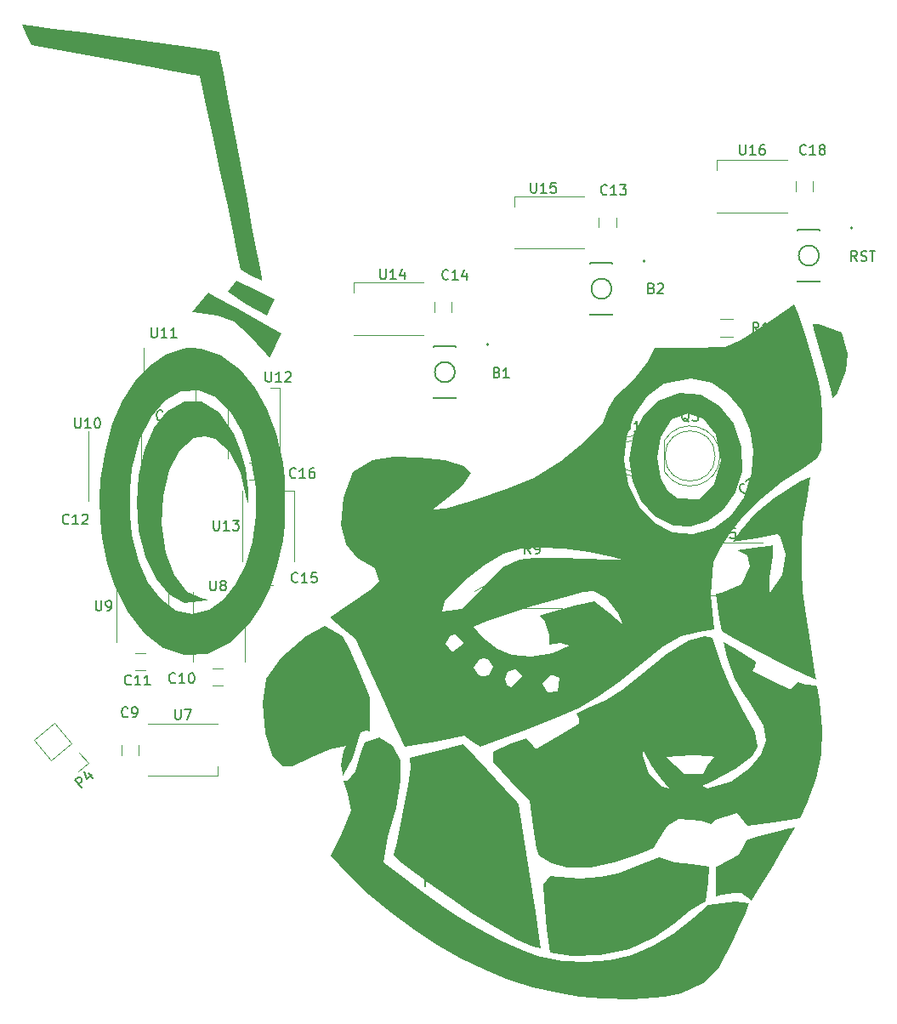
<source format=gto>
G04 #@! TF.FileFunction,Legend,Top*
%FSLAX46Y46*%
G04 Gerber Fmt 4.6, Leading zero omitted, Abs format (unit mm)*
G04 Created by KiCad (PCBNEW 4.0.7) date Monday, 12 '12e' March '12e' 2018, 16:45:08*
%MOMM*%
%LPD*%
G01*
G04 APERTURE LIST*
%ADD10C,0.100000*%
%ADD11C,0.120000*%
%ADD12C,0.127000*%
%ADD13C,0.150000*%
G04 APERTURE END LIST*
D10*
D11*
X188672036Y-88766933D02*
X187852884Y-89340509D01*
X188827964Y-90733067D02*
X189647116Y-90159491D01*
X160422036Y-96766933D02*
X159602884Y-97340509D01*
X160577964Y-98733067D02*
X161397116Y-98159491D01*
X127100000Y-115000000D02*
X127100000Y-114000000D01*
X125400000Y-114000000D02*
X125400000Y-115000000D01*
X135500000Y-106400000D02*
X134500000Y-106400000D01*
X134500000Y-108100000D02*
X135500000Y-108100000D01*
X127750000Y-104900000D02*
X126750000Y-104900000D01*
X126750000Y-106600000D02*
X127750000Y-106600000D01*
X125250000Y-90900000D02*
X124250000Y-90900000D01*
X124250000Y-92600000D02*
X125250000Y-92600000D01*
X140500000Y-96400000D02*
X139500000Y-96400000D01*
X139500000Y-98100000D02*
X140500000Y-98100000D01*
X192550000Y-57900000D02*
X192550000Y-58900000D01*
X194250000Y-58900000D02*
X194250000Y-57900000D01*
X177902335Y-84171392D02*
G75*
G03X174670000Y-84014484I-1672335J-1078608D01*
G01*
X177902335Y-86328608D02*
G75*
G02X174670000Y-86485516I-1672335J1078608D01*
G01*
X177271130Y-84170163D02*
G75*
G03X175189039Y-84170000I-1041130J-1079837D01*
G01*
X177271130Y-86329837D02*
G75*
G02X175189039Y-86330000I-1041130J1079837D01*
G01*
X174670000Y-84014000D02*
X174670000Y-84170000D01*
X174670000Y-86330000D02*
X174670000Y-86486000D01*
X157730000Y-116330000D02*
X155070000Y-116330000D01*
X157730000Y-124010000D02*
X157730000Y-116330000D01*
X155070000Y-124010000D02*
X155070000Y-116330000D01*
X157730000Y-124010000D02*
X155070000Y-124010000D01*
X157730000Y-125280000D02*
X157730000Y-126610000D01*
X157730000Y-126610000D02*
X156400000Y-126610000D01*
X118731251Y-111830500D02*
X116693573Y-113540316D01*
X120402499Y-113822216D02*
X118731251Y-111830500D01*
X118364821Y-115532031D02*
X116693573Y-113540316D01*
X120402499Y-113822216D02*
X118364821Y-115532031D01*
X121218839Y-114795092D02*
X122073747Y-115813932D01*
X122073747Y-115813932D02*
X121054908Y-116668839D01*
X185010000Y-85250462D02*
G75*
G03X179460000Y-83705170I-2990000J462D01*
G01*
X185010000Y-85249538D02*
G75*
G02X179460000Y-86794830I-2990000J-462D01*
G01*
X184520000Y-85250000D02*
G75*
G03X184520000Y-85250000I-2500000J0D01*
G01*
X179460000Y-83705000D02*
X179460000Y-86795000D01*
X169050000Y-93620000D02*
X170250000Y-93620000D01*
X170250000Y-95380000D02*
X169050000Y-95380000D01*
X185050000Y-71620000D02*
X186250000Y-71620000D01*
X186250000Y-73380000D02*
X185050000Y-73380000D01*
D12*
X158600000Y-76900000D02*
G75*
G03X158600000Y-76900000I-1000000J0D01*
G01*
X158700000Y-79500000D02*
X156500000Y-79500000D01*
X158700000Y-74300000D02*
X156500000Y-74300000D01*
X158700000Y-79500000D02*
X158700000Y-79400000D01*
X156500000Y-79400000D02*
X156500000Y-79500000D01*
X158700000Y-74400000D02*
X158700000Y-74300000D01*
X156500000Y-74400000D02*
X156500000Y-74300000D01*
D10*
X161977000Y-74150000D02*
G75*
G03X161977000Y-74150000I-127000J0D01*
G01*
D12*
X194850000Y-65300000D02*
G75*
G03X194850000Y-65300000I-1000000J0D01*
G01*
X194950000Y-67900000D02*
X192750000Y-67900000D01*
X194950000Y-62700000D02*
X192750000Y-62700000D01*
X194950000Y-67900000D02*
X194950000Y-67800000D01*
X192750000Y-67800000D02*
X192750000Y-67900000D01*
X194950000Y-62800000D02*
X194950000Y-62700000D01*
X192750000Y-62800000D02*
X192750000Y-62700000D01*
D10*
X198227000Y-62550000D02*
G75*
G03X198227000Y-62550000I-127000J0D01*
G01*
D11*
X182250000Y-93900000D02*
X189250000Y-93900000D01*
X182250000Y-99100000D02*
X189250000Y-99100000D01*
X189250000Y-99100000D02*
X189250000Y-98100000D01*
X162250000Y-100400000D02*
X169250000Y-100400000D01*
X162250000Y-105600000D02*
X169250000Y-105600000D01*
X169250000Y-105600000D02*
X169250000Y-104600000D01*
X128000000Y-111900000D02*
X135000000Y-111900000D01*
X128000000Y-117100000D02*
X135000000Y-117100000D01*
X135000000Y-117100000D02*
X135000000Y-116100000D01*
X132500000Y-105750000D02*
X132500000Y-98750000D01*
X137700000Y-105750000D02*
X137700000Y-98750000D01*
X137700000Y-98750000D02*
X136700000Y-98750000D01*
X124900000Y-103750000D02*
X124900000Y-96750000D01*
X130100000Y-103750000D02*
X130100000Y-96750000D01*
X130100000Y-96750000D02*
X129100000Y-96750000D01*
X122150000Y-89750000D02*
X122150000Y-82750000D01*
X127350000Y-89750000D02*
X127350000Y-82750000D01*
X127350000Y-82750000D02*
X126350000Y-82750000D01*
X137400000Y-95750000D02*
X137400000Y-88750000D01*
X142600000Y-95750000D02*
X142600000Y-88750000D01*
X142600000Y-88750000D02*
X141600000Y-88750000D01*
X171500000Y-64600000D02*
X164500000Y-64600000D01*
X171500000Y-59400000D02*
X164500000Y-59400000D01*
X164500000Y-59400000D02*
X164500000Y-60400000D01*
X191700000Y-61000000D02*
X184700000Y-61000000D01*
X191700000Y-55800000D02*
X184700000Y-55800000D01*
X184700000Y-55800000D02*
X184700000Y-56800000D01*
X172950000Y-61500000D02*
X172950000Y-62500000D01*
X174650000Y-62500000D02*
X174650000Y-61500000D01*
X156550000Y-69900000D02*
X156550000Y-70900000D01*
X158250000Y-70900000D02*
X158250000Y-69900000D01*
X139100000Y-85950000D02*
X138100000Y-85950000D01*
X138100000Y-87650000D02*
X139100000Y-87650000D01*
X130650000Y-82150000D02*
X129650000Y-82150000D01*
X129650000Y-83850000D02*
X130650000Y-83850000D01*
D12*
X174200000Y-68600000D02*
G75*
G03X174200000Y-68600000I-1000000J0D01*
G01*
X174300000Y-71200000D02*
X172100000Y-71200000D01*
X174300000Y-66000000D02*
X172100000Y-66000000D01*
X174300000Y-71200000D02*
X174300000Y-71100000D01*
X172100000Y-71100000D02*
X172100000Y-71200000D01*
X174300000Y-66100000D02*
X174300000Y-66000000D01*
X172100000Y-66100000D02*
X172100000Y-66000000D01*
D10*
X177577000Y-65850000D02*
G75*
G03X177577000Y-65850000I-127000J0D01*
G01*
D11*
X127600000Y-81500000D02*
X127600000Y-74500000D01*
X132800000Y-81500000D02*
X132800000Y-74500000D01*
X132800000Y-74500000D02*
X131800000Y-74500000D01*
X136000000Y-85500000D02*
X136000000Y-78500000D01*
X141200000Y-85500000D02*
X141200000Y-78500000D01*
X141200000Y-78500000D02*
X140200000Y-78500000D01*
X155500000Y-73200000D02*
X148500000Y-73200000D01*
X155500000Y-68000000D02*
X148500000Y-68000000D01*
X148500000Y-68000000D02*
X148500000Y-69000000D01*
D10*
G36*
X139822229Y-75111702D02*
X137990777Y-73113398D01*
X136580991Y-71883029D01*
X134974943Y-71249515D01*
X132589142Y-70953760D01*
X132457578Y-70947360D01*
X133216971Y-69973994D01*
X134017657Y-69011424D01*
X134723549Y-69392444D01*
X136822461Y-70544661D01*
X140391335Y-72510613D01*
X141322779Y-73032927D01*
X140162624Y-75482071D01*
X139822229Y-75111061D01*
X139822229Y-75111702D01*
X139822229Y-75111702D01*
G37*
G36*
X138306970Y-67316309D02*
X137307557Y-66700106D01*
X137134960Y-65907949D01*
X136691609Y-63824338D01*
X136044652Y-60765920D01*
X135261233Y-57049345D01*
X134476021Y-53335285D01*
X133824184Y-50283738D01*
X133373612Y-48210317D01*
X133192196Y-47430635D01*
X132510480Y-47284970D01*
X130697718Y-46937820D01*
X128029843Y-46441152D01*
X124782785Y-45846934D01*
X116432061Y-44330124D01*
X115943306Y-43356257D01*
X115484612Y-42313377D01*
X116332878Y-42407093D01*
X118552704Y-42694103D01*
X121687589Y-43112161D01*
X125281030Y-43599019D01*
X128876528Y-44092430D01*
X132017580Y-44530148D01*
X134247687Y-44849925D01*
X135110347Y-44989516D01*
X135227550Y-45572757D01*
X135534727Y-47174691D01*
X135996127Y-49606852D01*
X136575995Y-52680774D01*
X137238578Y-56207989D01*
X137902246Y-59744904D01*
X138485129Y-62845779D01*
X138951119Y-65318967D01*
X139264105Y-66972820D01*
X139387978Y-67615691D01*
X139355370Y-67835957D01*
X138306971Y-67316309D01*
X138306970Y-67316309D01*
X138306970Y-67316309D01*
G37*
G36*
X137897214Y-70167680D02*
X135972465Y-68927819D01*
X136867310Y-67791329D01*
X138767967Y-68738037D01*
X140613668Y-69688001D01*
X140260926Y-70470314D01*
X139865074Y-71299968D01*
X137897214Y-70167680D01*
X137897214Y-70167680D01*
G37*
G36*
X171056223Y-139055860D02*
X168736339Y-138697219D01*
X166371013Y-138127599D01*
X163978650Y-137355201D01*
X161577649Y-136388224D01*
X159186414Y-135234868D01*
X156823347Y-133903331D01*
X154506851Y-132401813D01*
X152255327Y-130738514D01*
X150087178Y-128921633D01*
X148020806Y-126959370D01*
X146231548Y-125027478D01*
X147261917Y-122992513D01*
X148291303Y-120529770D01*
X147917064Y-118902708D01*
X147539012Y-117615850D01*
X147937019Y-117578624D01*
X148671084Y-116646277D01*
X149190546Y-114849289D01*
X149589978Y-113787929D01*
X151026023Y-113249633D01*
X152459700Y-114146402D01*
X153186801Y-115591466D01*
X153164550Y-117609161D01*
X152795868Y-120331046D01*
X151946971Y-123202889D01*
X151518965Y-125677449D01*
X153185490Y-126966818D01*
X155322704Y-128555325D01*
X157423444Y-130071427D01*
X158980547Y-131143584D01*
X160983282Y-132342102D01*
X163196017Y-133505745D01*
X165255280Y-134454762D01*
X166797593Y-135009408D01*
X169314568Y-135502220D01*
X171707040Y-135654968D01*
X173991844Y-135463511D01*
X176185815Y-134923706D01*
X178305787Y-134031413D01*
X180368597Y-132782488D01*
X182391079Y-131172790D01*
X183854161Y-129962561D01*
X186556732Y-129573697D01*
X187876160Y-129809376D01*
X187563010Y-130802879D01*
X186991677Y-132004836D01*
X186308266Y-133532577D01*
X184944764Y-136086199D01*
X183347186Y-137691921D01*
X181160951Y-138706125D01*
X179453967Y-139124281D01*
X176327173Y-139317663D01*
X173303889Y-139236715D01*
X171056358Y-139055809D01*
X171056223Y-139055860D01*
X171056223Y-139055860D01*
G37*
G36*
X131638267Y-105070421D02*
X134131871Y-100602550D01*
X135561929Y-99584056D01*
X136775142Y-98041999D01*
X137736565Y-96067973D01*
X138411255Y-93753573D01*
X138764270Y-91190392D01*
X138760666Y-88470026D01*
X138309323Y-85451714D01*
X137451255Y-82874335D01*
X136257512Y-80830611D01*
X134799144Y-79413263D01*
X133147200Y-78715015D01*
X131372730Y-78828587D01*
X129743622Y-79739188D01*
X128345442Y-81372142D01*
X127225024Y-83654633D01*
X126429202Y-86513846D01*
X126260017Y-88519416D01*
X126260134Y-91143041D01*
X126429202Y-93145653D01*
X127118208Y-95721179D01*
X128065383Y-97817338D01*
X129269076Y-99430453D01*
X130835946Y-100612915D01*
X132462288Y-101004985D01*
X134131039Y-100602550D01*
X134131871Y-100602550D01*
X131638267Y-105070421D01*
X129581812Y-104351132D01*
X127686867Y-102892565D01*
X126026287Y-100768142D01*
X124672928Y-98051285D01*
X123992247Y-95874842D01*
X123482430Y-93492095D01*
X123308324Y-91660370D01*
X123249199Y-89492231D01*
X123321628Y-87595617D01*
X123765312Y-84694544D01*
X124514582Y-82060258D01*
X125532032Y-79741391D01*
X126780253Y-77786576D01*
X128221839Y-76244444D01*
X129819382Y-75163628D01*
X131535474Y-74592759D01*
X133332708Y-74580471D01*
X135348008Y-75253054D01*
X137238446Y-76714613D01*
X138692796Y-78466954D01*
X139882997Y-80587808D01*
X140807313Y-83073399D01*
X141464013Y-85919949D01*
X141647173Y-87441217D01*
X141686156Y-89829751D01*
X141647724Y-92205745D01*
X141470445Y-93690059D01*
X140927413Y-96165297D01*
X140205901Y-98324015D01*
X139277936Y-100235250D01*
X138115544Y-101968042D01*
X136155725Y-103866500D01*
X133935581Y-104929866D01*
X131638267Y-105070421D01*
X131638267Y-105070421D01*
G37*
G36*
X147248060Y-116050006D02*
X147528172Y-114639425D01*
X147729571Y-114068619D01*
X147353206Y-114214752D01*
X146198793Y-114473556D01*
X144169058Y-115304768D01*
X142430634Y-116162135D01*
X141464956Y-116162100D01*
X140438257Y-115029777D01*
X139725987Y-112812769D01*
X139438857Y-109855712D01*
X139826608Y-107406026D01*
X141302446Y-105330030D01*
X143789971Y-103157115D01*
X145621078Y-102156705D01*
X147412546Y-103213794D01*
X148087619Y-104434127D01*
X149012505Y-106607125D01*
X150126422Y-109275595D01*
X150126422Y-110968139D01*
X150126422Y-112660673D01*
X149805342Y-112580139D01*
X149227899Y-112782829D01*
X148446121Y-115312024D01*
X147509745Y-117003478D01*
X147482620Y-117273271D01*
X147248064Y-116050049D01*
X147248060Y-116050006D01*
X147248060Y-116050006D01*
G37*
G36*
X188003179Y-129342410D02*
X187486103Y-128983594D01*
X187105024Y-128795263D01*
X186409592Y-128797396D01*
X185157371Y-128950880D01*
X184600607Y-129101864D01*
X184600607Y-127628586D01*
X184600607Y-126155317D01*
X184835686Y-126069877D01*
X186839755Y-124952232D01*
X187270037Y-124181556D01*
X187659735Y-123478325D01*
X188563060Y-123170890D01*
X190617815Y-122662719D01*
X191895979Y-122337641D01*
X192454819Y-122205971D01*
X191301076Y-124296820D01*
X190078201Y-126353023D01*
X188780354Y-128509570D01*
X188163960Y-129509589D01*
X188003179Y-129342035D01*
X188003179Y-129342410D01*
X188003179Y-129342410D01*
G37*
G36*
X196198846Y-79481961D02*
X196091795Y-78939541D01*
X195726467Y-77366582D01*
X195039594Y-74985046D01*
X194347746Y-72657847D01*
X194209000Y-72150410D01*
X194831015Y-72150410D01*
X197128505Y-72959200D01*
X197730766Y-75090027D01*
X197537122Y-76803341D01*
X196591555Y-79123629D01*
X196198846Y-79481961D01*
X196198846Y-79481961D01*
G37*
G36*
X168108306Y-134648546D02*
X167770108Y-132405744D01*
X167511994Y-129366800D01*
X167380148Y-127873803D01*
X168058800Y-127101514D01*
X169012818Y-127177161D01*
X171067797Y-127308128D01*
X173089733Y-127155939D01*
X174833052Y-126792871D01*
X176584523Y-126159169D01*
X178941746Y-125170666D01*
X180568085Y-125696379D01*
X182189080Y-125907181D01*
X183928752Y-126123701D01*
X183798831Y-127674933D01*
X183547591Y-129570015D01*
X183081483Y-129826592D01*
X182005880Y-130567901D01*
X180427213Y-131811082D01*
X178518542Y-133168743D01*
X175982473Y-134323958D01*
X173050723Y-134932449D01*
X170231515Y-135015348D01*
X168108306Y-134648546D01*
X168108306Y-134648546D01*
G37*
G36*
X169768305Y-126236789D02*
X179966022Y-118312738D01*
X179095911Y-117308226D01*
X178136511Y-116029652D01*
X177522496Y-114800001D01*
X177339688Y-114288246D01*
X177333395Y-115006061D01*
X177869692Y-116865928D01*
X179301663Y-118188843D01*
X179965880Y-118312738D01*
X179966022Y-118312738D01*
X169768305Y-126236789D01*
X183348742Y-116875800D01*
X183348742Y-116875798D01*
X183719460Y-116048118D01*
X184396342Y-115227978D01*
X184174499Y-115109064D01*
X182191642Y-115069206D01*
X179566974Y-115168406D01*
X181454229Y-116929347D01*
X183348742Y-116875800D01*
X169768305Y-126236789D01*
X168272414Y-125757668D01*
X167006254Y-125052235D01*
X166691203Y-124388144D01*
X166365681Y-122153462D01*
X166037508Y-119520011D01*
X164123397Y-117602228D01*
X162411240Y-115718809D01*
X162423426Y-114726200D01*
X164169072Y-113882262D01*
X165736387Y-113386935D01*
X166420844Y-114078304D01*
X166642840Y-114413099D01*
X168664476Y-113268960D01*
X170945585Y-111918340D01*
X170980513Y-111408033D01*
X170748733Y-110932545D01*
X171903585Y-110334560D01*
X173670340Y-109519730D01*
X175310703Y-108487816D01*
X176998411Y-107129526D01*
X179686839Y-104965011D01*
X181883165Y-103621258D01*
X183486993Y-103159691D01*
X184245832Y-103334678D01*
X185069797Y-105952842D01*
X185934488Y-108015471D01*
X187157432Y-110279957D01*
X188478544Y-112764520D01*
X188780650Y-114152433D01*
X188216230Y-115144203D01*
X186559538Y-116396068D01*
X184186491Y-117679221D01*
X183276616Y-118089429D01*
X183746626Y-118334964D01*
X186137714Y-117645556D01*
X187973069Y-116313312D01*
X189101334Y-114998840D01*
X189593197Y-113619810D01*
X189362184Y-112117246D01*
X188079764Y-109991915D01*
X187145150Y-108586160D01*
X186483461Y-107429142D01*
X185728526Y-105297405D01*
X185382398Y-103738260D01*
X186461562Y-104355496D01*
X188561559Y-105695786D01*
X188464354Y-106223071D01*
X188236376Y-106663945D01*
X190121578Y-107590164D01*
X192006780Y-108516395D01*
X192344877Y-108123339D01*
X192682948Y-107730294D01*
X193545218Y-107972226D01*
X194546307Y-108128365D01*
X194687677Y-108155789D01*
X194893101Y-109598870D01*
X195184973Y-112439153D01*
X195092292Y-114925980D01*
X194583219Y-117317511D01*
X193625913Y-119871906D01*
X193001836Y-121296931D01*
X190378937Y-121729581D01*
X187711623Y-122046455D01*
X186685526Y-120834155D01*
X184500331Y-121485003D01*
X184099079Y-121886282D01*
X183127913Y-121555446D01*
X180896946Y-121372759D01*
X179797353Y-122098882D01*
X178797227Y-123495094D01*
X178377254Y-124301142D01*
X176977453Y-124847885D01*
X174407877Y-125719539D01*
X172148054Y-126251169D01*
X169768360Y-126236779D01*
X169768305Y-126236789D01*
X169768305Y-126236789D01*
G37*
G36*
X180326726Y-92146261D02*
X182932082Y-89545972D01*
X184444051Y-88014405D01*
X185065528Y-85628132D01*
X184605824Y-83119296D01*
X183337023Y-81485872D01*
X181769673Y-80993041D01*
X180231890Y-81625993D01*
X179051786Y-83369921D01*
X178737538Y-85399663D01*
X179051786Y-87429408D01*
X179783034Y-88703607D01*
X180788409Y-89512831D01*
X182932082Y-89545897D01*
X182932082Y-89545972D01*
X180326726Y-92146261D01*
X178542083Y-91250437D01*
X177161781Y-89762369D01*
X176274503Y-87816356D01*
X175968930Y-85546698D01*
X176343461Y-83155376D01*
X177368390Y-81179268D01*
X178943072Y-79750158D01*
X180966861Y-78999830D01*
X183075524Y-79167305D01*
X184926431Y-80247684D01*
X186346397Y-82024291D01*
X187162239Y-84280447D01*
X187200774Y-86799476D01*
X186540174Y-88843144D01*
X185340155Y-90584607D01*
X183770822Y-91777002D01*
X182043223Y-92257327D01*
X180326726Y-92146261D01*
X180326726Y-92146261D01*
G37*
G36*
X191610653Y-106142197D02*
X188810067Y-104723174D01*
X186324222Y-103391870D01*
X185190410Y-102703818D01*
X184958323Y-101533852D01*
X184639877Y-99530614D01*
X184558586Y-98954529D01*
X185186279Y-98868555D01*
X187138813Y-97990572D01*
X188021362Y-96282452D01*
X187710474Y-95168896D01*
X186693921Y-94624822D01*
X188436443Y-94383327D01*
X189840182Y-94208042D01*
X190295130Y-94126336D01*
X190295130Y-95195511D01*
X189923906Y-97364429D01*
X189934359Y-98916885D01*
X191184641Y-97121016D01*
X191519022Y-95044168D01*
X191015740Y-93344642D01*
X190773433Y-93023394D01*
X188541713Y-93440823D01*
X186271934Y-93820173D01*
X187040872Y-92724285D01*
X188503707Y-91000214D01*
X190379157Y-89434237D01*
X192997344Y-87790283D01*
X194008491Y-87325230D01*
X193634013Y-89616034D01*
X193269391Y-91928211D01*
X193133644Y-94507446D01*
X193127435Y-96618992D01*
X193250743Y-98662367D01*
X193543964Y-101069217D01*
X194047491Y-104271190D01*
X194456157Y-106641032D01*
X194553317Y-107540449D01*
X193603557Y-107110299D01*
X191610951Y-106142231D01*
X191610653Y-106142197D01*
X191610653Y-106142197D01*
G37*
G36*
X166413603Y-134121141D02*
X164819623Y-133377883D01*
X162787319Y-132249807D01*
X160506705Y-130853269D01*
X158167794Y-129304627D01*
X155960600Y-127720235D01*
X153357868Y-125757043D01*
X152547365Y-124972683D01*
X152807682Y-123718042D01*
X153357750Y-121036609D01*
X153938973Y-118047616D01*
X154179973Y-116334944D01*
X154152848Y-115268833D01*
X156840347Y-114600450D01*
X159428867Y-113944459D01*
X161789443Y-116474549D01*
X163580699Y-118399051D01*
X164572473Y-119473152D01*
X164994961Y-119941674D01*
X166084158Y-127002368D01*
X166629122Y-130581738D01*
X167010761Y-133178302D01*
X167146448Y-134229921D01*
X166413492Y-134121141D01*
X166413603Y-134121141D01*
X166413603Y-134121141D01*
G37*
G36*
X131669750Y-99869290D02*
X130155483Y-99039662D01*
X128846144Y-97487849D01*
X127817606Y-95334119D01*
X127145744Y-92698742D01*
X126918453Y-89920246D01*
X127117954Y-87183742D01*
X127706538Y-84651463D01*
X128646496Y-82485643D01*
X129900119Y-80848513D01*
X131637974Y-79796639D01*
X133414692Y-79815828D01*
X135124481Y-80904939D01*
X136621009Y-83025631D01*
X137299165Y-84690973D01*
X137764477Y-86544216D01*
X138021698Y-88604244D01*
X138005346Y-90021686D01*
X137867936Y-89543413D01*
X137262974Y-86894267D01*
X136176145Y-84789305D01*
X134757672Y-83519467D01*
X133684879Y-83284929D01*
X132633536Y-83501718D01*
X131211826Y-84722459D01*
X130156396Y-86712400D01*
X129527967Y-89228432D01*
X129387259Y-92027444D01*
X129794992Y-94866326D01*
X130654214Y-97122890D01*
X131962772Y-98805220D01*
X133571858Y-99480534D01*
X134068344Y-99526934D01*
X133823398Y-99658261D01*
X131669775Y-99869229D01*
X131669750Y-99869290D01*
X131669750Y-99869290D01*
G37*
G36*
X156007280Y-117741653D02*
X155727325Y-118914006D01*
X156686392Y-119635803D01*
X158971572Y-121352444D01*
X161694831Y-123390802D01*
X163968137Y-125077749D01*
X164903456Y-125740159D01*
X164482772Y-123389321D01*
X163106282Y-122465113D01*
X160198631Y-120528367D01*
X157314177Y-118610181D01*
X156007280Y-117741653D01*
X156007280Y-117741653D01*
G37*
G36*
X155549646Y-119801216D02*
X155128962Y-121310709D01*
X156166096Y-122139782D01*
X158639262Y-124005794D01*
X161591104Y-126199636D01*
X164064270Y-128012197D01*
X165101404Y-128734369D01*
X164977683Y-126927945D01*
X155549646Y-119801216D01*
X155549646Y-119801216D01*
G37*
G36*
X154733020Y-122696457D02*
X154312366Y-124255423D01*
X164284807Y-131703829D01*
X164062088Y-129798421D01*
X154733020Y-122696457D01*
X154733020Y-122696457D01*
G37*
G36*
X182448041Y-132050271D02*
X184972101Y-130961472D01*
X185463918Y-132189471D01*
X185046373Y-134920758D01*
X183181188Y-136785957D01*
X182225400Y-137147860D01*
X182448041Y-132050271D01*
X182448041Y-132050271D01*
G37*
G36*
X182448041Y-132050271D02*
X184972101Y-130961472D01*
X185463918Y-132189471D01*
X185046373Y-134920758D01*
X183181188Y-136785957D01*
X182225400Y-137147860D01*
X182448041Y-132050271D01*
X182448041Y-132050271D01*
G37*
G36*
X182448041Y-132050271D02*
X184972101Y-130961472D01*
X185463918Y-132189471D01*
X185046373Y-134920758D01*
X183181188Y-136785957D01*
X182225400Y-137147860D01*
X182448041Y-132050271D01*
X182448041Y-132050271D01*
G37*
G36*
X182448041Y-132050271D02*
X184972101Y-130961472D01*
X185463918Y-132189471D01*
X185046373Y-134920758D01*
X183181188Y-136785957D01*
X182225400Y-137147860D01*
X182448041Y-132050271D01*
X182448041Y-132050271D01*
G37*
G36*
X192398869Y-70141255D02*
X182128629Y-77542423D01*
X184134506Y-77932685D01*
X185798297Y-79051857D01*
X187097887Y-80653265D01*
X187971331Y-82598860D01*
X188356684Y-84750591D01*
X188192000Y-86970410D01*
X187400774Y-89378889D01*
X186142539Y-91198058D01*
X184391925Y-92464376D01*
X182333835Y-93054157D01*
X180314219Y-92843638D01*
X178475988Y-91905745D01*
X176962054Y-90313403D01*
X175915328Y-88139539D01*
X175481919Y-85693250D01*
X175671359Y-83313994D01*
X176431275Y-81150923D01*
X177709291Y-79353187D01*
X179453034Y-78069938D01*
X182128629Y-77542423D01*
X192398869Y-70141255D01*
X190460810Y-71511027D01*
X188683929Y-72737937D01*
X187068064Y-73684466D01*
X185566560Y-74431363D01*
X182046506Y-74467747D01*
X159500054Y-97707074D01*
X161455357Y-96122764D01*
X163395613Y-95012372D01*
X165233877Y-94436062D01*
X167207787Y-94347848D01*
X167207787Y-94347875D01*
X169468874Y-94436088D01*
X171969193Y-94802706D01*
X174374078Y-95274822D01*
X175306240Y-95582062D01*
X174172394Y-95581459D01*
X171357333Y-95441448D01*
X168864822Y-95381894D01*
X166474996Y-95417561D01*
X165040405Y-95535742D01*
X163326977Y-96370576D01*
X161271760Y-98470963D01*
X160036525Y-99840545D01*
X159280763Y-100464713D01*
X157369147Y-100748029D01*
X157616645Y-99705139D01*
X159500054Y-97707074D01*
X182046506Y-74467747D01*
X178525888Y-74503576D01*
X177815370Y-75849642D01*
X176393237Y-77728736D01*
X174632822Y-79289589D01*
X173954112Y-80424729D01*
X173294655Y-81926952D01*
X171572412Y-83833118D01*
X169171570Y-85783820D01*
X166476320Y-87419651D01*
X163911112Y-88476036D01*
X160563279Y-89618700D01*
X157656911Y-90459447D01*
X156416101Y-90610080D01*
X157516325Y-89766720D01*
X159357132Y-88190467D01*
X160245947Y-86939542D01*
X159492685Y-86246843D01*
X157590942Y-85704035D01*
X155077775Y-85380301D01*
X157708699Y-103954431D01*
X158161797Y-103113279D01*
X158665605Y-103001375D01*
X159561883Y-103884424D01*
X158351419Y-104774077D01*
X157708699Y-103954431D01*
X155077775Y-85380301D01*
X152490246Y-85344824D01*
X150365413Y-85666787D01*
X148462469Y-86816454D01*
X147517829Y-89368746D01*
X161016581Y-105494697D01*
X161457563Y-105356895D01*
X161457509Y-105356724D01*
X161879195Y-105451551D01*
X162412219Y-106275613D01*
X161976763Y-107063848D01*
X161441531Y-107164755D01*
X161384251Y-107159422D01*
X160980208Y-107065662D01*
X160488528Y-106287349D01*
X161016581Y-105494697D01*
X147517829Y-89368746D01*
X147217764Y-92104736D01*
X163817440Y-106771994D01*
X164497653Y-106495834D01*
X164497515Y-106496254D01*
X164722965Y-106517171D01*
X165398197Y-107170909D01*
X164149696Y-108272243D01*
X163894485Y-108094749D01*
X163796352Y-108011549D01*
X163794219Y-108009415D01*
X163771072Y-107983495D01*
X163768939Y-107981362D01*
X163588693Y-107391558D01*
X163817440Y-106771994D01*
X147217764Y-92104736D01*
X147742171Y-94075573D01*
X167849045Y-108739248D01*
X167330901Y-107928410D01*
X168200160Y-107016145D01*
X168200160Y-107016177D01*
X168996672Y-107334779D01*
X168868234Y-108665968D01*
X167849045Y-108739248D01*
X147742171Y-94075573D01*
X148892093Y-95406378D01*
X150620624Y-96445248D01*
X162820661Y-104420755D01*
X161284167Y-103244999D01*
X160474149Y-102230771D01*
X161809733Y-101638770D01*
X166508882Y-100177499D01*
X169575550Y-99273355D01*
X171415479Y-98813566D01*
X172434410Y-98685363D01*
X173709920Y-99379891D01*
X174848909Y-100931288D01*
X175358058Y-102064861D01*
X173992693Y-100917235D01*
X172529770Y-99683614D01*
X170519317Y-100174573D01*
X167828448Y-100934322D01*
X167017067Y-101192287D01*
X167508203Y-101584200D01*
X167999328Y-103022324D01*
X167999328Y-104067975D01*
X169081920Y-103863475D01*
X170056469Y-104144596D01*
X168310243Y-104902321D01*
X166235087Y-105220522D01*
X164307840Y-105025993D01*
X162820661Y-104420755D01*
X150620624Y-96445248D01*
X151029627Y-97720757D01*
X150135509Y-98655020D01*
X148007312Y-100073898D01*
X146142555Y-101356577D01*
X147416955Y-102438612D01*
X148699088Y-103407093D01*
X150480059Y-107364267D01*
X151467818Y-109558136D01*
X152345302Y-111505206D01*
X152922501Y-112783818D01*
X153607653Y-114230208D01*
X154611672Y-114057739D01*
X156713211Y-113650324D01*
X159529915Y-113073205D01*
X160240987Y-113629931D01*
X161103632Y-114180043D01*
X162527740Y-113712574D01*
X165689184Y-112487264D01*
X168707886Y-111317427D01*
X171044260Y-110259903D01*
X173014835Y-109133832D01*
X174936144Y-107758353D01*
X177124714Y-105952608D01*
X179348994Y-104183224D01*
X181093918Y-103213010D01*
X182923488Y-102728553D01*
X184449258Y-102491531D01*
X184121824Y-99141792D01*
X184335701Y-95792064D01*
X184987232Y-94485674D01*
X186011652Y-92817277D01*
X187411988Y-91123136D01*
X189125779Y-89463712D01*
X191090564Y-87899464D01*
X193243882Y-86490852D01*
X194688348Y-85527954D01*
X195058485Y-84611761D01*
X195167005Y-83260575D01*
X195199061Y-81285727D01*
X195135464Y-79492906D01*
X194874605Y-77963657D01*
X194249301Y-75719003D01*
X193456002Y-73128865D01*
X192777419Y-71083483D01*
X192398869Y-70141258D01*
X192398869Y-70141255D01*
X192398869Y-70141255D01*
G37*
D13*
X187814565Y-88704634D02*
X187802871Y-88770954D01*
X187713162Y-88891901D01*
X187635148Y-88946527D01*
X187490813Y-88989460D01*
X187358172Y-88966072D01*
X187264538Y-88915371D01*
X187116279Y-88786655D01*
X187034339Y-88669633D01*
X186964093Y-88486291D01*
X186948474Y-88380963D01*
X186971862Y-88248322D01*
X187061572Y-88127375D01*
X187139586Y-88072749D01*
X187283921Y-88029817D01*
X187350241Y-88041511D01*
X187568665Y-87772305D02*
X188114767Y-87389920D01*
X188337278Y-88454891D01*
X159564565Y-96704634D02*
X159552871Y-96770954D01*
X159463162Y-96891901D01*
X159385148Y-96946527D01*
X159240813Y-96989460D01*
X159108172Y-96966072D01*
X159014538Y-96915371D01*
X158866279Y-96786655D01*
X158784339Y-96669633D01*
X158714093Y-96486291D01*
X158698474Y-96380963D01*
X158721862Y-96248322D01*
X158811572Y-96127375D01*
X158889586Y-96072749D01*
X159033921Y-96029817D01*
X159100241Y-96041511D01*
X159759519Y-95986804D02*
X159654192Y-96002423D01*
X159587872Y-95990729D01*
X159494238Y-95940027D01*
X159466925Y-95901020D01*
X159451306Y-95795693D01*
X159463000Y-95729372D01*
X159513701Y-95635739D01*
X159669731Y-95526486D01*
X159775058Y-95510867D01*
X159841379Y-95522561D01*
X159935012Y-95573262D01*
X159962325Y-95612269D01*
X159977944Y-95717597D01*
X159966250Y-95783917D01*
X159915549Y-95877551D01*
X159759519Y-95986804D01*
X159708818Y-96080437D01*
X159697124Y-96146757D01*
X159712744Y-96252086D01*
X159821996Y-96408115D01*
X159915630Y-96458816D01*
X159981950Y-96470510D01*
X160087278Y-96454891D01*
X160243307Y-96345638D01*
X160294009Y-96252004D01*
X160305703Y-96185684D01*
X160290084Y-96080356D01*
X160180831Y-95924328D01*
X160087197Y-95873626D01*
X160020877Y-95861931D01*
X159915549Y-95877551D01*
X126033334Y-111157143D02*
X125985715Y-111204762D01*
X125842858Y-111252381D01*
X125747620Y-111252381D01*
X125604762Y-111204762D01*
X125509524Y-111109524D01*
X125461905Y-111014286D01*
X125414286Y-110823810D01*
X125414286Y-110680952D01*
X125461905Y-110490476D01*
X125509524Y-110395238D01*
X125604762Y-110300000D01*
X125747620Y-110252381D01*
X125842858Y-110252381D01*
X125985715Y-110300000D01*
X126033334Y-110347619D01*
X126509524Y-111252381D02*
X126700000Y-111252381D01*
X126795239Y-111204762D01*
X126842858Y-111157143D01*
X126938096Y-111014286D01*
X126985715Y-110823810D01*
X126985715Y-110442857D01*
X126938096Y-110347619D01*
X126890477Y-110300000D01*
X126795239Y-110252381D01*
X126604762Y-110252381D01*
X126509524Y-110300000D01*
X126461905Y-110347619D01*
X126414286Y-110442857D01*
X126414286Y-110680952D01*
X126461905Y-110776190D01*
X126509524Y-110823810D01*
X126604762Y-110871429D01*
X126795239Y-110871429D01*
X126890477Y-110823810D01*
X126938096Y-110776190D01*
X126985715Y-110680952D01*
X130757143Y-107757143D02*
X130709524Y-107804762D01*
X130566667Y-107852381D01*
X130471429Y-107852381D01*
X130328571Y-107804762D01*
X130233333Y-107709524D01*
X130185714Y-107614286D01*
X130138095Y-107423810D01*
X130138095Y-107280952D01*
X130185714Y-107090476D01*
X130233333Y-106995238D01*
X130328571Y-106900000D01*
X130471429Y-106852381D01*
X130566667Y-106852381D01*
X130709524Y-106900000D01*
X130757143Y-106947619D01*
X131709524Y-107852381D02*
X131138095Y-107852381D01*
X131423809Y-107852381D02*
X131423809Y-106852381D01*
X131328571Y-106995238D01*
X131233333Y-107090476D01*
X131138095Y-107138095D01*
X132328571Y-106852381D02*
X132423810Y-106852381D01*
X132519048Y-106900000D01*
X132566667Y-106947619D01*
X132614286Y-107042857D01*
X132661905Y-107233333D01*
X132661905Y-107471429D01*
X132614286Y-107661905D01*
X132566667Y-107757143D01*
X132519048Y-107804762D01*
X132423810Y-107852381D01*
X132328571Y-107852381D01*
X132233333Y-107804762D01*
X132185714Y-107757143D01*
X132138095Y-107661905D01*
X132090476Y-107471429D01*
X132090476Y-107233333D01*
X132138095Y-107042857D01*
X132185714Y-106947619D01*
X132233333Y-106900000D01*
X132328571Y-106852381D01*
X126357143Y-107957143D02*
X126309524Y-108004762D01*
X126166667Y-108052381D01*
X126071429Y-108052381D01*
X125928571Y-108004762D01*
X125833333Y-107909524D01*
X125785714Y-107814286D01*
X125738095Y-107623810D01*
X125738095Y-107480952D01*
X125785714Y-107290476D01*
X125833333Y-107195238D01*
X125928571Y-107100000D01*
X126071429Y-107052381D01*
X126166667Y-107052381D01*
X126309524Y-107100000D01*
X126357143Y-107147619D01*
X127309524Y-108052381D02*
X126738095Y-108052381D01*
X127023809Y-108052381D02*
X127023809Y-107052381D01*
X126928571Y-107195238D01*
X126833333Y-107290476D01*
X126738095Y-107338095D01*
X128261905Y-108052381D02*
X127690476Y-108052381D01*
X127976190Y-108052381D02*
X127976190Y-107052381D01*
X127880952Y-107195238D01*
X127785714Y-107290476D01*
X127690476Y-107338095D01*
X120157143Y-91957143D02*
X120109524Y-92004762D01*
X119966667Y-92052381D01*
X119871429Y-92052381D01*
X119728571Y-92004762D01*
X119633333Y-91909524D01*
X119585714Y-91814286D01*
X119538095Y-91623810D01*
X119538095Y-91480952D01*
X119585714Y-91290476D01*
X119633333Y-91195238D01*
X119728571Y-91100000D01*
X119871429Y-91052381D01*
X119966667Y-91052381D01*
X120109524Y-91100000D01*
X120157143Y-91147619D01*
X121109524Y-92052381D02*
X120538095Y-92052381D01*
X120823809Y-92052381D02*
X120823809Y-91052381D01*
X120728571Y-91195238D01*
X120633333Y-91290476D01*
X120538095Y-91338095D01*
X121490476Y-91147619D02*
X121538095Y-91100000D01*
X121633333Y-91052381D01*
X121871429Y-91052381D01*
X121966667Y-91100000D01*
X122014286Y-91147619D01*
X122061905Y-91242857D01*
X122061905Y-91338095D01*
X122014286Y-91480952D01*
X121442857Y-92052381D01*
X122061905Y-92052381D01*
X142957143Y-97757143D02*
X142909524Y-97804762D01*
X142766667Y-97852381D01*
X142671429Y-97852381D01*
X142528571Y-97804762D01*
X142433333Y-97709524D01*
X142385714Y-97614286D01*
X142338095Y-97423810D01*
X142338095Y-97280952D01*
X142385714Y-97090476D01*
X142433333Y-96995238D01*
X142528571Y-96900000D01*
X142671429Y-96852381D01*
X142766667Y-96852381D01*
X142909524Y-96900000D01*
X142957143Y-96947619D01*
X143909524Y-97852381D02*
X143338095Y-97852381D01*
X143623809Y-97852381D02*
X143623809Y-96852381D01*
X143528571Y-96995238D01*
X143433333Y-97090476D01*
X143338095Y-97138095D01*
X144814286Y-96852381D02*
X144338095Y-96852381D01*
X144290476Y-97328571D01*
X144338095Y-97280952D01*
X144433333Y-97233333D01*
X144671429Y-97233333D01*
X144766667Y-97280952D01*
X144814286Y-97328571D01*
X144861905Y-97423810D01*
X144861905Y-97661905D01*
X144814286Y-97757143D01*
X144766667Y-97804762D01*
X144671429Y-97852381D01*
X144433333Y-97852381D01*
X144338095Y-97804762D01*
X144290476Y-97757143D01*
X193557143Y-55157143D02*
X193509524Y-55204762D01*
X193366667Y-55252381D01*
X193271429Y-55252381D01*
X193128571Y-55204762D01*
X193033333Y-55109524D01*
X192985714Y-55014286D01*
X192938095Y-54823810D01*
X192938095Y-54680952D01*
X192985714Y-54490476D01*
X193033333Y-54395238D01*
X193128571Y-54300000D01*
X193271429Y-54252381D01*
X193366667Y-54252381D01*
X193509524Y-54300000D01*
X193557143Y-54347619D01*
X194509524Y-55252381D02*
X193938095Y-55252381D01*
X194223809Y-55252381D02*
X194223809Y-54252381D01*
X194128571Y-54395238D01*
X194033333Y-54490476D01*
X193938095Y-54538095D01*
X195080952Y-54680952D02*
X194985714Y-54633333D01*
X194938095Y-54585714D01*
X194890476Y-54490476D01*
X194890476Y-54442857D01*
X194938095Y-54347619D01*
X194985714Y-54300000D01*
X195080952Y-54252381D01*
X195271429Y-54252381D01*
X195366667Y-54300000D01*
X195414286Y-54347619D01*
X195461905Y-54442857D01*
X195461905Y-54490476D01*
X195414286Y-54585714D01*
X195366667Y-54633333D01*
X195271429Y-54680952D01*
X195080952Y-54680952D01*
X194985714Y-54728571D01*
X194938095Y-54776190D01*
X194890476Y-54871429D01*
X194890476Y-55061905D01*
X194938095Y-55157143D01*
X194985714Y-55204762D01*
X195080952Y-55252381D01*
X195271429Y-55252381D01*
X195366667Y-55204762D01*
X195414286Y-55157143D01*
X195461905Y-55061905D01*
X195461905Y-54871429D01*
X195414286Y-54776190D01*
X195366667Y-54728571D01*
X195271429Y-54680952D01*
X175491905Y-82742381D02*
X175491905Y-81742381D01*
X175730000Y-81742381D01*
X175872858Y-81790000D01*
X175968096Y-81885238D01*
X176015715Y-81980476D01*
X176063334Y-82170952D01*
X176063334Y-82313810D01*
X176015715Y-82504286D01*
X175968096Y-82599524D01*
X175872858Y-82694762D01*
X175730000Y-82742381D01*
X175491905Y-82742381D01*
X177015715Y-82742381D02*
X176444286Y-82742381D01*
X176730000Y-82742381D02*
X176730000Y-81742381D01*
X176634762Y-81885238D01*
X176539524Y-81980476D01*
X176444286Y-82028095D01*
X155661905Y-128062381D02*
X155661905Y-127062381D01*
X156042858Y-127062381D01*
X156138096Y-127110000D01*
X156185715Y-127157619D01*
X156233334Y-127252857D01*
X156233334Y-127395714D01*
X156185715Y-127490952D01*
X156138096Y-127538571D01*
X156042858Y-127586190D01*
X155661905Y-127586190D01*
X156614286Y-127157619D02*
X156661905Y-127110000D01*
X156757143Y-127062381D01*
X156995239Y-127062381D01*
X157090477Y-127110000D01*
X157138096Y-127157619D01*
X157185715Y-127252857D01*
X157185715Y-127348095D01*
X157138096Y-127490952D01*
X156566667Y-128062381D01*
X157185715Y-128062381D01*
X121423066Y-118255866D02*
X120780279Y-117489822D01*
X121072106Y-117244950D01*
X121175671Y-117220210D01*
X121242758Y-117226080D01*
X121340454Y-117268427D01*
X121432281Y-117377862D01*
X121457021Y-117481428D01*
X121451151Y-117548515D01*
X121408804Y-117646211D01*
X121116977Y-117891083D01*
X122088891Y-116826901D02*
X122517416Y-117337598D01*
X121661627Y-116688120D02*
X121938370Y-117388340D01*
X122412588Y-116990423D01*
X181924762Y-81837619D02*
X181829524Y-81790000D01*
X181734286Y-81694762D01*
X181591429Y-81551905D01*
X181496190Y-81504286D01*
X181400952Y-81504286D01*
X181448571Y-81742381D02*
X181353333Y-81694762D01*
X181258095Y-81599524D01*
X181210476Y-81409048D01*
X181210476Y-81075714D01*
X181258095Y-80885238D01*
X181353333Y-80790000D01*
X181448571Y-80742381D01*
X181639048Y-80742381D01*
X181734286Y-80790000D01*
X181829524Y-80885238D01*
X181877143Y-81075714D01*
X181877143Y-81409048D01*
X181829524Y-81599524D01*
X181734286Y-81694762D01*
X181639048Y-81742381D01*
X181448571Y-81742381D01*
X182210476Y-80742381D02*
X182829524Y-80742381D01*
X182496190Y-81123333D01*
X182639048Y-81123333D01*
X182734286Y-81170952D01*
X182781905Y-81218571D01*
X182829524Y-81313810D01*
X182829524Y-81551905D01*
X182781905Y-81647143D01*
X182734286Y-81694762D01*
X182639048Y-81742381D01*
X182353333Y-81742381D01*
X182258095Y-81694762D01*
X182210476Y-81647143D01*
X166133334Y-94952381D02*
X165800000Y-94476190D01*
X165561905Y-94952381D02*
X165561905Y-93952381D01*
X165942858Y-93952381D01*
X166038096Y-94000000D01*
X166085715Y-94047619D01*
X166133334Y-94142857D01*
X166133334Y-94285714D01*
X166085715Y-94380952D01*
X166038096Y-94428571D01*
X165942858Y-94476190D01*
X165561905Y-94476190D01*
X166609524Y-94952381D02*
X166800000Y-94952381D01*
X166895239Y-94904762D01*
X166942858Y-94857143D01*
X167038096Y-94714286D01*
X167085715Y-94523810D01*
X167085715Y-94142857D01*
X167038096Y-94047619D01*
X166990477Y-94000000D01*
X166895239Y-93952381D01*
X166704762Y-93952381D01*
X166609524Y-94000000D01*
X166561905Y-94047619D01*
X166514286Y-94142857D01*
X166514286Y-94380952D01*
X166561905Y-94476190D01*
X166609524Y-94523810D01*
X166704762Y-94571429D01*
X166895239Y-94571429D01*
X166990477Y-94523810D01*
X167038096Y-94476190D01*
X167085715Y-94380952D01*
X188857143Y-72952381D02*
X188523809Y-72476190D01*
X188285714Y-72952381D02*
X188285714Y-71952381D01*
X188666667Y-71952381D01*
X188761905Y-72000000D01*
X188809524Y-72047619D01*
X188857143Y-72142857D01*
X188857143Y-72285714D01*
X188809524Y-72380952D01*
X188761905Y-72428571D01*
X188666667Y-72476190D01*
X188285714Y-72476190D01*
X189809524Y-72952381D02*
X189238095Y-72952381D01*
X189523809Y-72952381D02*
X189523809Y-71952381D01*
X189428571Y-72095238D01*
X189333333Y-72190476D01*
X189238095Y-72238095D01*
X190666667Y-72285714D02*
X190666667Y-72952381D01*
X190428571Y-71904762D02*
X190190476Y-72619048D01*
X190809524Y-72619048D01*
X162795239Y-76928571D02*
X162938096Y-76976190D01*
X162985715Y-77023810D01*
X163033334Y-77119048D01*
X163033334Y-77261905D01*
X162985715Y-77357143D01*
X162938096Y-77404762D01*
X162842858Y-77452381D01*
X162461905Y-77452381D01*
X162461905Y-76452381D01*
X162795239Y-76452381D01*
X162890477Y-76500000D01*
X162938096Y-76547619D01*
X162985715Y-76642857D01*
X162985715Y-76738095D01*
X162938096Y-76833333D01*
X162890477Y-76880952D01*
X162795239Y-76928571D01*
X162461905Y-76928571D01*
X163985715Y-77452381D02*
X163414286Y-77452381D01*
X163700000Y-77452381D02*
X163700000Y-76452381D01*
X163604762Y-76595238D01*
X163509524Y-76690476D01*
X163414286Y-76738095D01*
X198652381Y-65852381D02*
X198319047Y-65376190D01*
X198080952Y-65852381D02*
X198080952Y-64852381D01*
X198461905Y-64852381D01*
X198557143Y-64900000D01*
X198604762Y-64947619D01*
X198652381Y-65042857D01*
X198652381Y-65185714D01*
X198604762Y-65280952D01*
X198557143Y-65328571D01*
X198461905Y-65376190D01*
X198080952Y-65376190D01*
X199033333Y-65804762D02*
X199176190Y-65852381D01*
X199414286Y-65852381D01*
X199509524Y-65804762D01*
X199557143Y-65757143D01*
X199604762Y-65661905D01*
X199604762Y-65566667D01*
X199557143Y-65471429D01*
X199509524Y-65423810D01*
X199414286Y-65376190D01*
X199223809Y-65328571D01*
X199128571Y-65280952D01*
X199080952Y-65233333D01*
X199033333Y-65138095D01*
X199033333Y-65042857D01*
X199080952Y-64947619D01*
X199128571Y-64900000D01*
X199223809Y-64852381D01*
X199461905Y-64852381D01*
X199604762Y-64900000D01*
X199890476Y-64852381D02*
X200461905Y-64852381D01*
X200176190Y-65852381D02*
X200176190Y-64852381D01*
X184988095Y-92452381D02*
X184988095Y-93261905D01*
X185035714Y-93357143D01*
X185083333Y-93404762D01*
X185178571Y-93452381D01*
X185369048Y-93452381D01*
X185464286Y-93404762D01*
X185511905Y-93357143D01*
X185559524Y-93261905D01*
X185559524Y-92452381D01*
X186511905Y-92452381D02*
X186035714Y-92452381D01*
X185988095Y-92928571D01*
X186035714Y-92880952D01*
X186130952Y-92833333D01*
X186369048Y-92833333D01*
X186464286Y-92880952D01*
X186511905Y-92928571D01*
X186559524Y-93023810D01*
X186559524Y-93261905D01*
X186511905Y-93357143D01*
X186464286Y-93404762D01*
X186369048Y-93452381D01*
X186130952Y-93452381D01*
X186035714Y-93404762D01*
X185988095Y-93357143D01*
X164988095Y-96952381D02*
X164988095Y-97761905D01*
X165035714Y-97857143D01*
X165083333Y-97904762D01*
X165178571Y-97952381D01*
X165369048Y-97952381D01*
X165464286Y-97904762D01*
X165511905Y-97857143D01*
X165559524Y-97761905D01*
X165559524Y-96952381D01*
X166464286Y-96952381D02*
X166273809Y-96952381D01*
X166178571Y-97000000D01*
X166130952Y-97047619D01*
X166035714Y-97190476D01*
X165988095Y-97380952D01*
X165988095Y-97761905D01*
X166035714Y-97857143D01*
X166083333Y-97904762D01*
X166178571Y-97952381D01*
X166369048Y-97952381D01*
X166464286Y-97904762D01*
X166511905Y-97857143D01*
X166559524Y-97761905D01*
X166559524Y-97523810D01*
X166511905Y-97428571D01*
X166464286Y-97380952D01*
X166369048Y-97333333D01*
X166178571Y-97333333D01*
X166083333Y-97380952D01*
X166035714Y-97428571D01*
X165988095Y-97523810D01*
X130738095Y-110452381D02*
X130738095Y-111261905D01*
X130785714Y-111357143D01*
X130833333Y-111404762D01*
X130928571Y-111452381D01*
X131119048Y-111452381D01*
X131214286Y-111404762D01*
X131261905Y-111357143D01*
X131309524Y-111261905D01*
X131309524Y-110452381D01*
X131690476Y-110452381D02*
X132357143Y-110452381D01*
X131928571Y-111452381D01*
X134238095Y-97652381D02*
X134238095Y-98461905D01*
X134285714Y-98557143D01*
X134333333Y-98604762D01*
X134428571Y-98652381D01*
X134619048Y-98652381D01*
X134714286Y-98604762D01*
X134761905Y-98557143D01*
X134809524Y-98461905D01*
X134809524Y-97652381D01*
X135428571Y-98080952D02*
X135333333Y-98033333D01*
X135285714Y-97985714D01*
X135238095Y-97890476D01*
X135238095Y-97842857D01*
X135285714Y-97747619D01*
X135333333Y-97700000D01*
X135428571Y-97652381D01*
X135619048Y-97652381D01*
X135714286Y-97700000D01*
X135761905Y-97747619D01*
X135809524Y-97842857D01*
X135809524Y-97890476D01*
X135761905Y-97985714D01*
X135714286Y-98033333D01*
X135619048Y-98080952D01*
X135428571Y-98080952D01*
X135333333Y-98128571D01*
X135285714Y-98176190D01*
X135238095Y-98271429D01*
X135238095Y-98461905D01*
X135285714Y-98557143D01*
X135333333Y-98604762D01*
X135428571Y-98652381D01*
X135619048Y-98652381D01*
X135714286Y-98604762D01*
X135761905Y-98557143D01*
X135809524Y-98461905D01*
X135809524Y-98271429D01*
X135761905Y-98176190D01*
X135714286Y-98128571D01*
X135619048Y-98080952D01*
X122838095Y-99652381D02*
X122838095Y-100461905D01*
X122885714Y-100557143D01*
X122933333Y-100604762D01*
X123028571Y-100652381D01*
X123219048Y-100652381D01*
X123314286Y-100604762D01*
X123361905Y-100557143D01*
X123409524Y-100461905D01*
X123409524Y-99652381D01*
X123933333Y-100652381D02*
X124123809Y-100652381D01*
X124219048Y-100604762D01*
X124266667Y-100557143D01*
X124361905Y-100414286D01*
X124409524Y-100223810D01*
X124409524Y-99842857D01*
X124361905Y-99747619D01*
X124314286Y-99700000D01*
X124219048Y-99652381D01*
X124028571Y-99652381D01*
X123933333Y-99700000D01*
X123885714Y-99747619D01*
X123838095Y-99842857D01*
X123838095Y-100080952D01*
X123885714Y-100176190D01*
X123933333Y-100223810D01*
X124028571Y-100271429D01*
X124219048Y-100271429D01*
X124314286Y-100223810D01*
X124361905Y-100176190D01*
X124409524Y-100080952D01*
X120761905Y-81452381D02*
X120761905Y-82261905D01*
X120809524Y-82357143D01*
X120857143Y-82404762D01*
X120952381Y-82452381D01*
X121142858Y-82452381D01*
X121238096Y-82404762D01*
X121285715Y-82357143D01*
X121333334Y-82261905D01*
X121333334Y-81452381D01*
X122333334Y-82452381D02*
X121761905Y-82452381D01*
X122047619Y-82452381D02*
X122047619Y-81452381D01*
X121952381Y-81595238D01*
X121857143Y-81690476D01*
X121761905Y-81738095D01*
X122952381Y-81452381D02*
X123047620Y-81452381D01*
X123142858Y-81500000D01*
X123190477Y-81547619D01*
X123238096Y-81642857D01*
X123285715Y-81833333D01*
X123285715Y-82071429D01*
X123238096Y-82261905D01*
X123190477Y-82357143D01*
X123142858Y-82404762D01*
X123047620Y-82452381D01*
X122952381Y-82452381D01*
X122857143Y-82404762D01*
X122809524Y-82357143D01*
X122761905Y-82261905D01*
X122714286Y-82071429D01*
X122714286Y-81833333D01*
X122761905Y-81642857D01*
X122809524Y-81547619D01*
X122857143Y-81500000D01*
X122952381Y-81452381D01*
X134561905Y-91652381D02*
X134561905Y-92461905D01*
X134609524Y-92557143D01*
X134657143Y-92604762D01*
X134752381Y-92652381D01*
X134942858Y-92652381D01*
X135038096Y-92604762D01*
X135085715Y-92557143D01*
X135133334Y-92461905D01*
X135133334Y-91652381D01*
X136133334Y-92652381D02*
X135561905Y-92652381D01*
X135847619Y-92652381D02*
X135847619Y-91652381D01*
X135752381Y-91795238D01*
X135657143Y-91890476D01*
X135561905Y-91938095D01*
X136466667Y-91652381D02*
X137085715Y-91652381D01*
X136752381Y-92033333D01*
X136895239Y-92033333D01*
X136990477Y-92080952D01*
X137038096Y-92128571D01*
X137085715Y-92223810D01*
X137085715Y-92461905D01*
X137038096Y-92557143D01*
X136990477Y-92604762D01*
X136895239Y-92652381D01*
X136609524Y-92652381D01*
X136514286Y-92604762D01*
X136466667Y-92557143D01*
X166161905Y-58052381D02*
X166161905Y-58861905D01*
X166209524Y-58957143D01*
X166257143Y-59004762D01*
X166352381Y-59052381D01*
X166542858Y-59052381D01*
X166638096Y-59004762D01*
X166685715Y-58957143D01*
X166733334Y-58861905D01*
X166733334Y-58052381D01*
X167733334Y-59052381D02*
X167161905Y-59052381D01*
X167447619Y-59052381D02*
X167447619Y-58052381D01*
X167352381Y-58195238D01*
X167257143Y-58290476D01*
X167161905Y-58338095D01*
X168638096Y-58052381D02*
X168161905Y-58052381D01*
X168114286Y-58528571D01*
X168161905Y-58480952D01*
X168257143Y-58433333D01*
X168495239Y-58433333D01*
X168590477Y-58480952D01*
X168638096Y-58528571D01*
X168685715Y-58623810D01*
X168685715Y-58861905D01*
X168638096Y-58957143D01*
X168590477Y-59004762D01*
X168495239Y-59052381D01*
X168257143Y-59052381D01*
X168161905Y-59004762D01*
X168114286Y-58957143D01*
X186961905Y-54252381D02*
X186961905Y-55061905D01*
X187009524Y-55157143D01*
X187057143Y-55204762D01*
X187152381Y-55252381D01*
X187342858Y-55252381D01*
X187438096Y-55204762D01*
X187485715Y-55157143D01*
X187533334Y-55061905D01*
X187533334Y-54252381D01*
X188533334Y-55252381D02*
X187961905Y-55252381D01*
X188247619Y-55252381D02*
X188247619Y-54252381D01*
X188152381Y-54395238D01*
X188057143Y-54490476D01*
X187961905Y-54538095D01*
X189390477Y-54252381D02*
X189200000Y-54252381D01*
X189104762Y-54300000D01*
X189057143Y-54347619D01*
X188961905Y-54490476D01*
X188914286Y-54680952D01*
X188914286Y-55061905D01*
X188961905Y-55157143D01*
X189009524Y-55204762D01*
X189104762Y-55252381D01*
X189295239Y-55252381D01*
X189390477Y-55204762D01*
X189438096Y-55157143D01*
X189485715Y-55061905D01*
X189485715Y-54823810D01*
X189438096Y-54728571D01*
X189390477Y-54680952D01*
X189295239Y-54633333D01*
X189104762Y-54633333D01*
X189009524Y-54680952D01*
X188961905Y-54728571D01*
X188914286Y-54823810D01*
X173757143Y-59157143D02*
X173709524Y-59204762D01*
X173566667Y-59252381D01*
X173471429Y-59252381D01*
X173328571Y-59204762D01*
X173233333Y-59109524D01*
X173185714Y-59014286D01*
X173138095Y-58823810D01*
X173138095Y-58680952D01*
X173185714Y-58490476D01*
X173233333Y-58395238D01*
X173328571Y-58300000D01*
X173471429Y-58252381D01*
X173566667Y-58252381D01*
X173709524Y-58300000D01*
X173757143Y-58347619D01*
X174709524Y-59252381D02*
X174138095Y-59252381D01*
X174423809Y-59252381D02*
X174423809Y-58252381D01*
X174328571Y-58395238D01*
X174233333Y-58490476D01*
X174138095Y-58538095D01*
X175042857Y-58252381D02*
X175661905Y-58252381D01*
X175328571Y-58633333D01*
X175471429Y-58633333D01*
X175566667Y-58680952D01*
X175614286Y-58728571D01*
X175661905Y-58823810D01*
X175661905Y-59061905D01*
X175614286Y-59157143D01*
X175566667Y-59204762D01*
X175471429Y-59252381D01*
X175185714Y-59252381D01*
X175090476Y-59204762D01*
X175042857Y-59157143D01*
X157957143Y-67607143D02*
X157909524Y-67654762D01*
X157766667Y-67702381D01*
X157671429Y-67702381D01*
X157528571Y-67654762D01*
X157433333Y-67559524D01*
X157385714Y-67464286D01*
X157338095Y-67273810D01*
X157338095Y-67130952D01*
X157385714Y-66940476D01*
X157433333Y-66845238D01*
X157528571Y-66750000D01*
X157671429Y-66702381D01*
X157766667Y-66702381D01*
X157909524Y-66750000D01*
X157957143Y-66797619D01*
X158909524Y-67702381D02*
X158338095Y-67702381D01*
X158623809Y-67702381D02*
X158623809Y-66702381D01*
X158528571Y-66845238D01*
X158433333Y-66940476D01*
X158338095Y-66988095D01*
X159766667Y-67035714D02*
X159766667Y-67702381D01*
X159528571Y-66654762D02*
X159290476Y-67369048D01*
X159909524Y-67369048D01*
X142757143Y-87357143D02*
X142709524Y-87404762D01*
X142566667Y-87452381D01*
X142471429Y-87452381D01*
X142328571Y-87404762D01*
X142233333Y-87309524D01*
X142185714Y-87214286D01*
X142138095Y-87023810D01*
X142138095Y-86880952D01*
X142185714Y-86690476D01*
X142233333Y-86595238D01*
X142328571Y-86500000D01*
X142471429Y-86452381D01*
X142566667Y-86452381D01*
X142709524Y-86500000D01*
X142757143Y-86547619D01*
X143709524Y-87452381D02*
X143138095Y-87452381D01*
X143423809Y-87452381D02*
X143423809Y-86452381D01*
X143328571Y-86595238D01*
X143233333Y-86690476D01*
X143138095Y-86738095D01*
X144566667Y-86452381D02*
X144376190Y-86452381D01*
X144280952Y-86500000D01*
X144233333Y-86547619D01*
X144138095Y-86690476D01*
X144090476Y-86880952D01*
X144090476Y-87261905D01*
X144138095Y-87357143D01*
X144185714Y-87404762D01*
X144280952Y-87452381D01*
X144471429Y-87452381D01*
X144566667Y-87404762D01*
X144614286Y-87357143D01*
X144661905Y-87261905D01*
X144661905Y-87023810D01*
X144614286Y-86928571D01*
X144566667Y-86880952D01*
X144471429Y-86833333D01*
X144280952Y-86833333D01*
X144185714Y-86880952D01*
X144138095Y-86928571D01*
X144090476Y-87023810D01*
X129507143Y-81607143D02*
X129459524Y-81654762D01*
X129316667Y-81702381D01*
X129221429Y-81702381D01*
X129078571Y-81654762D01*
X128983333Y-81559524D01*
X128935714Y-81464286D01*
X128888095Y-81273810D01*
X128888095Y-81130952D01*
X128935714Y-80940476D01*
X128983333Y-80845238D01*
X129078571Y-80750000D01*
X129221429Y-80702381D01*
X129316667Y-80702381D01*
X129459524Y-80750000D01*
X129507143Y-80797619D01*
X130459524Y-81702381D02*
X129888095Y-81702381D01*
X130173809Y-81702381D02*
X130173809Y-80702381D01*
X130078571Y-80845238D01*
X129983333Y-80940476D01*
X129888095Y-80988095D01*
X130792857Y-80702381D02*
X131459524Y-80702381D01*
X131030952Y-81702381D01*
X178195239Y-68528571D02*
X178338096Y-68576190D01*
X178385715Y-68623810D01*
X178433334Y-68719048D01*
X178433334Y-68861905D01*
X178385715Y-68957143D01*
X178338096Y-69004762D01*
X178242858Y-69052381D01*
X177861905Y-69052381D01*
X177861905Y-68052381D01*
X178195239Y-68052381D01*
X178290477Y-68100000D01*
X178338096Y-68147619D01*
X178385715Y-68242857D01*
X178385715Y-68338095D01*
X178338096Y-68433333D01*
X178290477Y-68480952D01*
X178195239Y-68528571D01*
X177861905Y-68528571D01*
X178814286Y-68147619D02*
X178861905Y-68100000D01*
X178957143Y-68052381D01*
X179195239Y-68052381D01*
X179290477Y-68100000D01*
X179338096Y-68147619D01*
X179385715Y-68242857D01*
X179385715Y-68338095D01*
X179338096Y-68480952D01*
X178766667Y-69052381D01*
X179385715Y-69052381D01*
X128361905Y-72452381D02*
X128361905Y-73261905D01*
X128409524Y-73357143D01*
X128457143Y-73404762D01*
X128552381Y-73452381D01*
X128742858Y-73452381D01*
X128838096Y-73404762D01*
X128885715Y-73357143D01*
X128933334Y-73261905D01*
X128933334Y-72452381D01*
X129933334Y-73452381D02*
X129361905Y-73452381D01*
X129647619Y-73452381D02*
X129647619Y-72452381D01*
X129552381Y-72595238D01*
X129457143Y-72690476D01*
X129361905Y-72738095D01*
X130885715Y-73452381D02*
X130314286Y-73452381D01*
X130600000Y-73452381D02*
X130600000Y-72452381D01*
X130504762Y-72595238D01*
X130409524Y-72690476D01*
X130314286Y-72738095D01*
X139761905Y-76852381D02*
X139761905Y-77661905D01*
X139809524Y-77757143D01*
X139857143Y-77804762D01*
X139952381Y-77852381D01*
X140142858Y-77852381D01*
X140238096Y-77804762D01*
X140285715Y-77757143D01*
X140333334Y-77661905D01*
X140333334Y-76852381D01*
X141333334Y-77852381D02*
X140761905Y-77852381D01*
X141047619Y-77852381D02*
X141047619Y-76852381D01*
X140952381Y-76995238D01*
X140857143Y-77090476D01*
X140761905Y-77138095D01*
X141714286Y-76947619D02*
X141761905Y-76900000D01*
X141857143Y-76852381D01*
X142095239Y-76852381D01*
X142190477Y-76900000D01*
X142238096Y-76947619D01*
X142285715Y-77042857D01*
X142285715Y-77138095D01*
X142238096Y-77280952D01*
X141666667Y-77852381D01*
X142285715Y-77852381D01*
X151161905Y-66652381D02*
X151161905Y-67461905D01*
X151209524Y-67557143D01*
X151257143Y-67604762D01*
X151352381Y-67652381D01*
X151542858Y-67652381D01*
X151638096Y-67604762D01*
X151685715Y-67557143D01*
X151733334Y-67461905D01*
X151733334Y-66652381D01*
X152733334Y-67652381D02*
X152161905Y-67652381D01*
X152447619Y-67652381D02*
X152447619Y-66652381D01*
X152352381Y-66795238D01*
X152257143Y-66890476D01*
X152161905Y-66938095D01*
X153590477Y-66985714D02*
X153590477Y-67652381D01*
X153352381Y-66604762D02*
X153114286Y-67319048D01*
X153733334Y-67319048D01*
M02*

</source>
